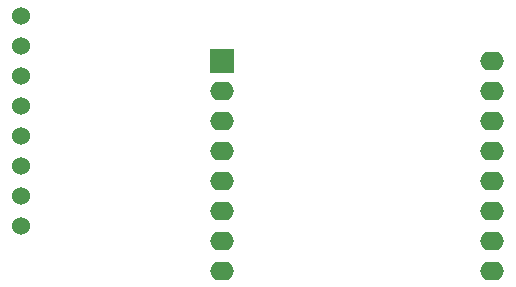
<source format=gbr>
%TF.GenerationSoftware,KiCad,Pcbnew,6.0.2+dfsg-1*%
%TF.CreationDate,2024-08-29T16:54:19+09:00*%
%TF.ProjectId,first,66697273-742e-46b6-9963-61645f706362,rev?*%
%TF.SameCoordinates,Original*%
%TF.FileFunction,Soldermask,Top*%
%TF.FilePolarity,Negative*%
%FSLAX46Y46*%
G04 Gerber Fmt 4.6, Leading zero omitted, Abs format (unit mm)*
G04 Created by KiCad (PCBNEW 6.0.2+dfsg-1) date 2024-08-29 16:54:19*
%MOMM*%
%LPD*%
G01*
G04 APERTURE LIST*
%ADD10R,2.000000X2.000000*%
%ADD11O,2.000000X1.600000*%
%ADD12C,1.524000*%
G04 APERTURE END LIST*
D10*
%TO.C,U2*%
X149075000Y-46990000D03*
D11*
X149075000Y-49530000D03*
X149075000Y-52070000D03*
X149075000Y-54610000D03*
X149075000Y-57150000D03*
X149075000Y-59690000D03*
X149075000Y-62230000D03*
X149075000Y-64770000D03*
X171935000Y-64770000D03*
X171935000Y-62230000D03*
X171935000Y-59690000D03*
X171935000Y-57150000D03*
X171935000Y-54610000D03*
X171935000Y-52070000D03*
X171935000Y-49530000D03*
X171935000Y-46990000D03*
%TD*%
D12*
%TO.C,U1*%
X132080000Y-55880000D03*
X132080000Y-58420000D03*
X132080000Y-45720000D03*
X132080000Y-48260000D03*
X132080000Y-60960000D03*
X132080000Y-43180000D03*
X132080000Y-50800000D03*
X132080000Y-53340000D03*
%TD*%
M02*

</source>
